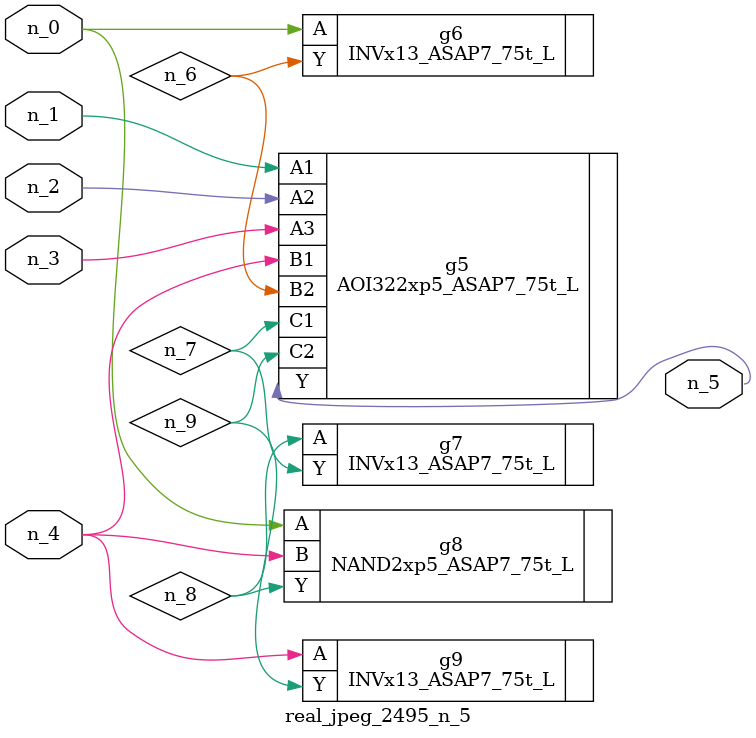
<source format=v>
module real_jpeg_2495_n_5 (n_4, n_0, n_1, n_2, n_3, n_5);

input n_4;
input n_0;
input n_1;
input n_2;
input n_3;

output n_5;

wire n_8;
wire n_6;
wire n_7;
wire n_9;

INVx13_ASAP7_75t_L g6 ( 
.A(n_0),
.Y(n_6)
);

NAND2xp5_ASAP7_75t_L g8 ( 
.A(n_0),
.B(n_4),
.Y(n_8)
);

AOI322xp5_ASAP7_75t_L g5 ( 
.A1(n_1),
.A2(n_2),
.A3(n_3),
.B1(n_4),
.B2(n_6),
.C1(n_7),
.C2(n_9),
.Y(n_5)
);

INVx13_ASAP7_75t_L g9 ( 
.A(n_4),
.Y(n_9)
);

INVx13_ASAP7_75t_L g7 ( 
.A(n_8),
.Y(n_7)
);


endmodule
</source>
